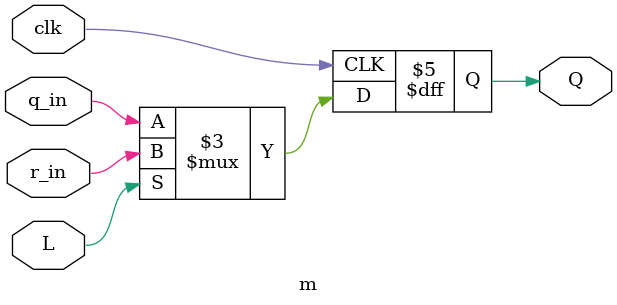
<source format=v>
module top_module (
	input [2:0] SW,      // R
	input [1:0] KEY,     // L and clk
	output [2:0] LEDR);  // Q
    m ins1(KEY[0],KEY[1],SW[0],LEDR[2],LEDR[0]);
    m ins2(KEY[0],KEY[1],SW[1],LEDR[0],LEDR[1]);
    m ins3(KEY[0],KEY[1],SW[2],LEDR[1]^LEDR[2],LEDR[2]);
endmodule

module m (
	input clk,
	input L,
	input r_in,
	input q_in,
	output reg Q);
    always @(posedge clk) begin
        if(L) begin
            Q<=r_in;
        end
        else Q<=q_in;
    end
endmodule
</source>
